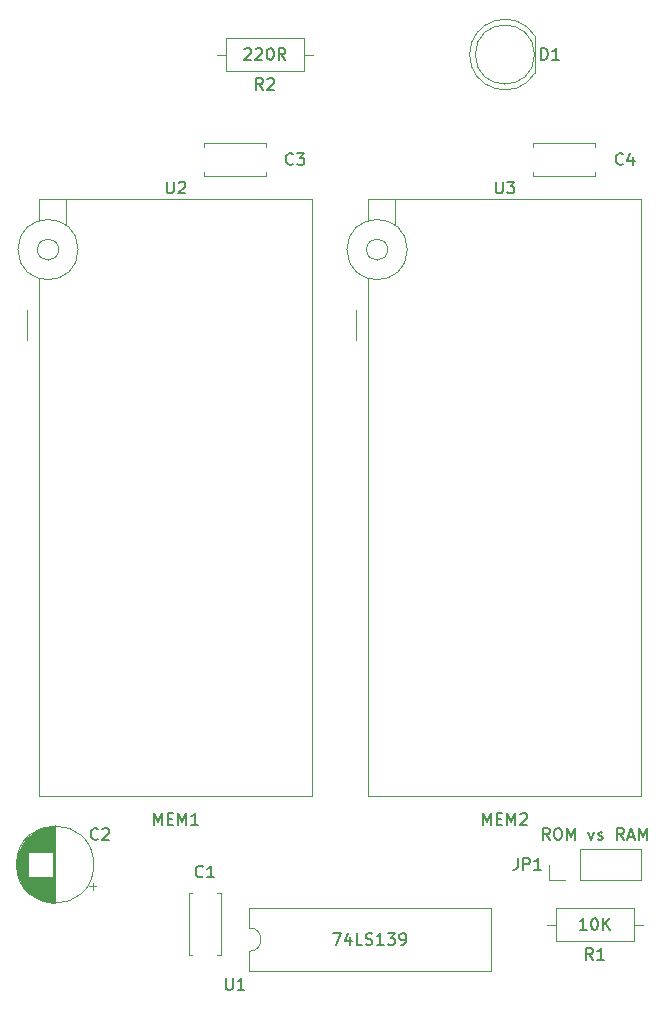
<source format=gto>
G04 #@! TF.GenerationSoftware,KiCad,Pcbnew,8.0.9-8.0.9-0~ubuntu22.04.1*
G04 #@! TF.CreationDate,2025-06-29T10:23:46+10:00*
G04 #@! TF.ProjectId,Memory_Expansion_Cartridge,4d656d6f-7279-45f4-9578-70616e73696f,rev?*
G04 #@! TF.SameCoordinates,Original*
G04 #@! TF.FileFunction,Legend,Top*
G04 #@! TF.FilePolarity,Positive*
%FSLAX46Y46*%
G04 Gerber Fmt 4.6, Leading zero omitted, Abs format (unit mm)*
G04 Created by KiCad (PCBNEW 8.0.9-8.0.9-0~ubuntu22.04.1) date 2025-06-29 10:23:46*
%MOMM*%
%LPD*%
G01*
G04 APERTURE LIST*
%ADD10C,0.150000*%
%ADD11C,0.120000*%
G04 APERTURE END LIST*
D10*
X155471905Y-47444819D02*
X155471905Y-46444819D01*
X155471905Y-46444819D02*
X155710000Y-46444819D01*
X155710000Y-46444819D02*
X155852857Y-46492438D01*
X155852857Y-46492438D02*
X155948095Y-46587676D01*
X155948095Y-46587676D02*
X155995714Y-46682914D01*
X155995714Y-46682914D02*
X156043333Y-46873390D01*
X156043333Y-46873390D02*
X156043333Y-47016247D01*
X156043333Y-47016247D02*
X155995714Y-47206723D01*
X155995714Y-47206723D02*
X155948095Y-47301961D01*
X155948095Y-47301961D02*
X155852857Y-47397200D01*
X155852857Y-47397200D02*
X155710000Y-47444819D01*
X155710000Y-47444819D02*
X155471905Y-47444819D01*
X156995714Y-47444819D02*
X156424286Y-47444819D01*
X156710000Y-47444819D02*
X156710000Y-46444819D01*
X156710000Y-46444819D02*
X156614762Y-46587676D01*
X156614762Y-46587676D02*
X156519524Y-46682914D01*
X156519524Y-46682914D02*
X156424286Y-46730533D01*
X126833333Y-116564580D02*
X126785714Y-116612200D01*
X126785714Y-116612200D02*
X126642857Y-116659819D01*
X126642857Y-116659819D02*
X126547619Y-116659819D01*
X126547619Y-116659819D02*
X126404762Y-116612200D01*
X126404762Y-116612200D02*
X126309524Y-116516961D01*
X126309524Y-116516961D02*
X126261905Y-116421723D01*
X126261905Y-116421723D02*
X126214286Y-116231247D01*
X126214286Y-116231247D02*
X126214286Y-116088390D01*
X126214286Y-116088390D02*
X126261905Y-115897914D01*
X126261905Y-115897914D02*
X126309524Y-115802676D01*
X126309524Y-115802676D02*
X126404762Y-115707438D01*
X126404762Y-115707438D02*
X126547619Y-115659819D01*
X126547619Y-115659819D02*
X126642857Y-115659819D01*
X126642857Y-115659819D02*
X126785714Y-115707438D01*
X126785714Y-115707438D02*
X126833333Y-115755057D01*
X127785714Y-116659819D02*
X127214286Y-116659819D01*
X127500000Y-116659819D02*
X127500000Y-115659819D01*
X127500000Y-115659819D02*
X127404762Y-115802676D01*
X127404762Y-115802676D02*
X127309524Y-115897914D01*
X127309524Y-115897914D02*
X127214286Y-115945533D01*
X151638095Y-57744819D02*
X151638095Y-58554342D01*
X151638095Y-58554342D02*
X151685714Y-58649580D01*
X151685714Y-58649580D02*
X151733333Y-58697200D01*
X151733333Y-58697200D02*
X151828571Y-58744819D01*
X151828571Y-58744819D02*
X152019047Y-58744819D01*
X152019047Y-58744819D02*
X152114285Y-58697200D01*
X152114285Y-58697200D02*
X152161904Y-58649580D01*
X152161904Y-58649580D02*
X152209523Y-58554342D01*
X152209523Y-58554342D02*
X152209523Y-57744819D01*
X152590476Y-57744819D02*
X153209523Y-57744819D01*
X153209523Y-57744819D02*
X152876190Y-58125771D01*
X152876190Y-58125771D02*
X153019047Y-58125771D01*
X153019047Y-58125771D02*
X153114285Y-58173390D01*
X153114285Y-58173390D02*
X153161904Y-58221009D01*
X153161904Y-58221009D02*
X153209523Y-58316247D01*
X153209523Y-58316247D02*
X153209523Y-58554342D01*
X153209523Y-58554342D02*
X153161904Y-58649580D01*
X153161904Y-58649580D02*
X153114285Y-58697200D01*
X153114285Y-58697200D02*
X153019047Y-58744819D01*
X153019047Y-58744819D02*
X152733333Y-58744819D01*
X152733333Y-58744819D02*
X152638095Y-58697200D01*
X152638095Y-58697200D02*
X152590476Y-58649580D01*
X150566667Y-112214819D02*
X150566667Y-111214819D01*
X150566667Y-111214819D02*
X150900000Y-111929104D01*
X150900000Y-111929104D02*
X151233333Y-111214819D01*
X151233333Y-111214819D02*
X151233333Y-112214819D01*
X151709524Y-111691009D02*
X152042857Y-111691009D01*
X152185714Y-112214819D02*
X151709524Y-112214819D01*
X151709524Y-112214819D02*
X151709524Y-111214819D01*
X151709524Y-111214819D02*
X152185714Y-111214819D01*
X152614286Y-112214819D02*
X152614286Y-111214819D01*
X152614286Y-111214819D02*
X152947619Y-111929104D01*
X152947619Y-111929104D02*
X153280952Y-111214819D01*
X153280952Y-111214819D02*
X153280952Y-112214819D01*
X153709524Y-111310057D02*
X153757143Y-111262438D01*
X153757143Y-111262438D02*
X153852381Y-111214819D01*
X153852381Y-111214819D02*
X154090476Y-111214819D01*
X154090476Y-111214819D02*
X154185714Y-111262438D01*
X154185714Y-111262438D02*
X154233333Y-111310057D01*
X154233333Y-111310057D02*
X154280952Y-111405295D01*
X154280952Y-111405295D02*
X154280952Y-111500533D01*
X154280952Y-111500533D02*
X154233333Y-111643390D01*
X154233333Y-111643390D02*
X153661905Y-112214819D01*
X153661905Y-112214819D02*
X154280952Y-112214819D01*
X128778095Y-125184819D02*
X128778095Y-125994342D01*
X128778095Y-125994342D02*
X128825714Y-126089580D01*
X128825714Y-126089580D02*
X128873333Y-126137200D01*
X128873333Y-126137200D02*
X128968571Y-126184819D01*
X128968571Y-126184819D02*
X129159047Y-126184819D01*
X129159047Y-126184819D02*
X129254285Y-126137200D01*
X129254285Y-126137200D02*
X129301904Y-126089580D01*
X129301904Y-126089580D02*
X129349523Y-125994342D01*
X129349523Y-125994342D02*
X129349523Y-125184819D01*
X130349523Y-126184819D02*
X129778095Y-126184819D01*
X130063809Y-126184819D02*
X130063809Y-125184819D01*
X130063809Y-125184819D02*
X129968571Y-125327676D01*
X129968571Y-125327676D02*
X129873333Y-125422914D01*
X129873333Y-125422914D02*
X129778095Y-125470533D01*
X137850952Y-121374819D02*
X138517618Y-121374819D01*
X138517618Y-121374819D02*
X138089047Y-122374819D01*
X139327142Y-121708152D02*
X139327142Y-122374819D01*
X139089047Y-121327200D02*
X138850952Y-122041485D01*
X138850952Y-122041485D02*
X139469999Y-122041485D01*
X140327142Y-122374819D02*
X139850952Y-122374819D01*
X139850952Y-122374819D02*
X139850952Y-121374819D01*
X140612857Y-122327200D02*
X140755714Y-122374819D01*
X140755714Y-122374819D02*
X140993809Y-122374819D01*
X140993809Y-122374819D02*
X141089047Y-122327200D01*
X141089047Y-122327200D02*
X141136666Y-122279580D01*
X141136666Y-122279580D02*
X141184285Y-122184342D01*
X141184285Y-122184342D02*
X141184285Y-122089104D01*
X141184285Y-122089104D02*
X141136666Y-121993866D01*
X141136666Y-121993866D02*
X141089047Y-121946247D01*
X141089047Y-121946247D02*
X140993809Y-121898628D01*
X140993809Y-121898628D02*
X140803333Y-121851009D01*
X140803333Y-121851009D02*
X140708095Y-121803390D01*
X140708095Y-121803390D02*
X140660476Y-121755771D01*
X140660476Y-121755771D02*
X140612857Y-121660533D01*
X140612857Y-121660533D02*
X140612857Y-121565295D01*
X140612857Y-121565295D02*
X140660476Y-121470057D01*
X140660476Y-121470057D02*
X140708095Y-121422438D01*
X140708095Y-121422438D02*
X140803333Y-121374819D01*
X140803333Y-121374819D02*
X141041428Y-121374819D01*
X141041428Y-121374819D02*
X141184285Y-121422438D01*
X142136666Y-122374819D02*
X141565238Y-122374819D01*
X141850952Y-122374819D02*
X141850952Y-121374819D01*
X141850952Y-121374819D02*
X141755714Y-121517676D01*
X141755714Y-121517676D02*
X141660476Y-121612914D01*
X141660476Y-121612914D02*
X141565238Y-121660533D01*
X142470000Y-121374819D02*
X143089047Y-121374819D01*
X143089047Y-121374819D02*
X142755714Y-121755771D01*
X142755714Y-121755771D02*
X142898571Y-121755771D01*
X142898571Y-121755771D02*
X142993809Y-121803390D01*
X142993809Y-121803390D02*
X143041428Y-121851009D01*
X143041428Y-121851009D02*
X143089047Y-121946247D01*
X143089047Y-121946247D02*
X143089047Y-122184342D01*
X143089047Y-122184342D02*
X143041428Y-122279580D01*
X143041428Y-122279580D02*
X142993809Y-122327200D01*
X142993809Y-122327200D02*
X142898571Y-122374819D01*
X142898571Y-122374819D02*
X142612857Y-122374819D01*
X142612857Y-122374819D02*
X142517619Y-122327200D01*
X142517619Y-122327200D02*
X142470000Y-122279580D01*
X143565238Y-122374819D02*
X143755714Y-122374819D01*
X143755714Y-122374819D02*
X143850952Y-122327200D01*
X143850952Y-122327200D02*
X143898571Y-122279580D01*
X143898571Y-122279580D02*
X143993809Y-122136723D01*
X143993809Y-122136723D02*
X144041428Y-121946247D01*
X144041428Y-121946247D02*
X144041428Y-121565295D01*
X144041428Y-121565295D02*
X143993809Y-121470057D01*
X143993809Y-121470057D02*
X143946190Y-121422438D01*
X143946190Y-121422438D02*
X143850952Y-121374819D01*
X143850952Y-121374819D02*
X143660476Y-121374819D01*
X143660476Y-121374819D02*
X143565238Y-121422438D01*
X143565238Y-121422438D02*
X143517619Y-121470057D01*
X143517619Y-121470057D02*
X143470000Y-121565295D01*
X143470000Y-121565295D02*
X143470000Y-121803390D01*
X143470000Y-121803390D02*
X143517619Y-121898628D01*
X143517619Y-121898628D02*
X143565238Y-121946247D01*
X143565238Y-121946247D02*
X143660476Y-121993866D01*
X143660476Y-121993866D02*
X143850952Y-121993866D01*
X143850952Y-121993866D02*
X143946190Y-121946247D01*
X143946190Y-121946247D02*
X143993809Y-121898628D01*
X143993809Y-121898628D02*
X144041428Y-121803390D01*
X131913333Y-49984819D02*
X131580000Y-49508628D01*
X131341905Y-49984819D02*
X131341905Y-48984819D01*
X131341905Y-48984819D02*
X131722857Y-48984819D01*
X131722857Y-48984819D02*
X131818095Y-49032438D01*
X131818095Y-49032438D02*
X131865714Y-49080057D01*
X131865714Y-49080057D02*
X131913333Y-49175295D01*
X131913333Y-49175295D02*
X131913333Y-49318152D01*
X131913333Y-49318152D02*
X131865714Y-49413390D01*
X131865714Y-49413390D02*
X131818095Y-49461009D01*
X131818095Y-49461009D02*
X131722857Y-49508628D01*
X131722857Y-49508628D02*
X131341905Y-49508628D01*
X132294286Y-49080057D02*
X132341905Y-49032438D01*
X132341905Y-49032438D02*
X132437143Y-48984819D01*
X132437143Y-48984819D02*
X132675238Y-48984819D01*
X132675238Y-48984819D02*
X132770476Y-49032438D01*
X132770476Y-49032438D02*
X132818095Y-49080057D01*
X132818095Y-49080057D02*
X132865714Y-49175295D01*
X132865714Y-49175295D02*
X132865714Y-49270533D01*
X132865714Y-49270533D02*
X132818095Y-49413390D01*
X132818095Y-49413390D02*
X132246667Y-49984819D01*
X132246667Y-49984819D02*
X132865714Y-49984819D01*
X130341905Y-46540057D02*
X130389524Y-46492438D01*
X130389524Y-46492438D02*
X130484762Y-46444819D01*
X130484762Y-46444819D02*
X130722857Y-46444819D01*
X130722857Y-46444819D02*
X130818095Y-46492438D01*
X130818095Y-46492438D02*
X130865714Y-46540057D01*
X130865714Y-46540057D02*
X130913333Y-46635295D01*
X130913333Y-46635295D02*
X130913333Y-46730533D01*
X130913333Y-46730533D02*
X130865714Y-46873390D01*
X130865714Y-46873390D02*
X130294286Y-47444819D01*
X130294286Y-47444819D02*
X130913333Y-47444819D01*
X131294286Y-46540057D02*
X131341905Y-46492438D01*
X131341905Y-46492438D02*
X131437143Y-46444819D01*
X131437143Y-46444819D02*
X131675238Y-46444819D01*
X131675238Y-46444819D02*
X131770476Y-46492438D01*
X131770476Y-46492438D02*
X131818095Y-46540057D01*
X131818095Y-46540057D02*
X131865714Y-46635295D01*
X131865714Y-46635295D02*
X131865714Y-46730533D01*
X131865714Y-46730533D02*
X131818095Y-46873390D01*
X131818095Y-46873390D02*
X131246667Y-47444819D01*
X131246667Y-47444819D02*
X131865714Y-47444819D01*
X132484762Y-46444819D02*
X132580000Y-46444819D01*
X132580000Y-46444819D02*
X132675238Y-46492438D01*
X132675238Y-46492438D02*
X132722857Y-46540057D01*
X132722857Y-46540057D02*
X132770476Y-46635295D01*
X132770476Y-46635295D02*
X132818095Y-46825771D01*
X132818095Y-46825771D02*
X132818095Y-47063866D01*
X132818095Y-47063866D02*
X132770476Y-47254342D01*
X132770476Y-47254342D02*
X132722857Y-47349580D01*
X132722857Y-47349580D02*
X132675238Y-47397200D01*
X132675238Y-47397200D02*
X132580000Y-47444819D01*
X132580000Y-47444819D02*
X132484762Y-47444819D01*
X132484762Y-47444819D02*
X132389524Y-47397200D01*
X132389524Y-47397200D02*
X132341905Y-47349580D01*
X132341905Y-47349580D02*
X132294286Y-47254342D01*
X132294286Y-47254342D02*
X132246667Y-47063866D01*
X132246667Y-47063866D02*
X132246667Y-46825771D01*
X132246667Y-46825771D02*
X132294286Y-46635295D01*
X132294286Y-46635295D02*
X132341905Y-46540057D01*
X132341905Y-46540057D02*
X132389524Y-46492438D01*
X132389524Y-46492438D02*
X132484762Y-46444819D01*
X133818095Y-47444819D02*
X133484762Y-46968628D01*
X133246667Y-47444819D02*
X133246667Y-46444819D01*
X133246667Y-46444819D02*
X133627619Y-46444819D01*
X133627619Y-46444819D02*
X133722857Y-46492438D01*
X133722857Y-46492438D02*
X133770476Y-46540057D01*
X133770476Y-46540057D02*
X133818095Y-46635295D01*
X133818095Y-46635295D02*
X133818095Y-46778152D01*
X133818095Y-46778152D02*
X133770476Y-46873390D01*
X133770476Y-46873390D02*
X133722857Y-46921009D01*
X133722857Y-46921009D02*
X133627619Y-46968628D01*
X133627619Y-46968628D02*
X133246667Y-46968628D01*
X123778095Y-57744819D02*
X123778095Y-58554342D01*
X123778095Y-58554342D02*
X123825714Y-58649580D01*
X123825714Y-58649580D02*
X123873333Y-58697200D01*
X123873333Y-58697200D02*
X123968571Y-58744819D01*
X123968571Y-58744819D02*
X124159047Y-58744819D01*
X124159047Y-58744819D02*
X124254285Y-58697200D01*
X124254285Y-58697200D02*
X124301904Y-58649580D01*
X124301904Y-58649580D02*
X124349523Y-58554342D01*
X124349523Y-58554342D02*
X124349523Y-57744819D01*
X124778095Y-57840057D02*
X124825714Y-57792438D01*
X124825714Y-57792438D02*
X124920952Y-57744819D01*
X124920952Y-57744819D02*
X125159047Y-57744819D01*
X125159047Y-57744819D02*
X125254285Y-57792438D01*
X125254285Y-57792438D02*
X125301904Y-57840057D01*
X125301904Y-57840057D02*
X125349523Y-57935295D01*
X125349523Y-57935295D02*
X125349523Y-58030533D01*
X125349523Y-58030533D02*
X125301904Y-58173390D01*
X125301904Y-58173390D02*
X124730476Y-58744819D01*
X124730476Y-58744819D02*
X125349523Y-58744819D01*
X122706667Y-112214819D02*
X122706667Y-111214819D01*
X122706667Y-111214819D02*
X123040000Y-111929104D01*
X123040000Y-111929104D02*
X123373333Y-111214819D01*
X123373333Y-111214819D02*
X123373333Y-112214819D01*
X123849524Y-111691009D02*
X124182857Y-111691009D01*
X124325714Y-112214819D02*
X123849524Y-112214819D01*
X123849524Y-112214819D02*
X123849524Y-111214819D01*
X123849524Y-111214819D02*
X124325714Y-111214819D01*
X124754286Y-112214819D02*
X124754286Y-111214819D01*
X124754286Y-111214819D02*
X125087619Y-111929104D01*
X125087619Y-111929104D02*
X125420952Y-111214819D01*
X125420952Y-111214819D02*
X125420952Y-112214819D01*
X126420952Y-112214819D02*
X125849524Y-112214819D01*
X126135238Y-112214819D02*
X126135238Y-111214819D01*
X126135238Y-111214819D02*
X126040000Y-111357676D01*
X126040000Y-111357676D02*
X125944762Y-111452914D01*
X125944762Y-111452914D02*
X125849524Y-111500533D01*
X153471666Y-115024819D02*
X153471666Y-115739104D01*
X153471666Y-115739104D02*
X153424047Y-115881961D01*
X153424047Y-115881961D02*
X153328809Y-115977200D01*
X153328809Y-115977200D02*
X153185952Y-116024819D01*
X153185952Y-116024819D02*
X153090714Y-116024819D01*
X153947857Y-116024819D02*
X153947857Y-115024819D01*
X153947857Y-115024819D02*
X154328809Y-115024819D01*
X154328809Y-115024819D02*
X154424047Y-115072438D01*
X154424047Y-115072438D02*
X154471666Y-115120057D01*
X154471666Y-115120057D02*
X154519285Y-115215295D01*
X154519285Y-115215295D02*
X154519285Y-115358152D01*
X154519285Y-115358152D02*
X154471666Y-115453390D01*
X154471666Y-115453390D02*
X154424047Y-115501009D01*
X154424047Y-115501009D02*
X154328809Y-115548628D01*
X154328809Y-115548628D02*
X153947857Y-115548628D01*
X155471666Y-116024819D02*
X154900238Y-116024819D01*
X155185952Y-116024819D02*
X155185952Y-115024819D01*
X155185952Y-115024819D02*
X155090714Y-115167676D01*
X155090714Y-115167676D02*
X154995476Y-115262914D01*
X154995476Y-115262914D02*
X154900238Y-115310533D01*
X156186666Y-113484819D02*
X155853333Y-113008628D01*
X155615238Y-113484819D02*
X155615238Y-112484819D01*
X155615238Y-112484819D02*
X155996190Y-112484819D01*
X155996190Y-112484819D02*
X156091428Y-112532438D01*
X156091428Y-112532438D02*
X156139047Y-112580057D01*
X156139047Y-112580057D02*
X156186666Y-112675295D01*
X156186666Y-112675295D02*
X156186666Y-112818152D01*
X156186666Y-112818152D02*
X156139047Y-112913390D01*
X156139047Y-112913390D02*
X156091428Y-112961009D01*
X156091428Y-112961009D02*
X155996190Y-113008628D01*
X155996190Y-113008628D02*
X155615238Y-113008628D01*
X156805714Y-112484819D02*
X156996190Y-112484819D01*
X156996190Y-112484819D02*
X157091428Y-112532438D01*
X157091428Y-112532438D02*
X157186666Y-112627676D01*
X157186666Y-112627676D02*
X157234285Y-112818152D01*
X157234285Y-112818152D02*
X157234285Y-113151485D01*
X157234285Y-113151485D02*
X157186666Y-113341961D01*
X157186666Y-113341961D02*
X157091428Y-113437200D01*
X157091428Y-113437200D02*
X156996190Y-113484819D01*
X156996190Y-113484819D02*
X156805714Y-113484819D01*
X156805714Y-113484819D02*
X156710476Y-113437200D01*
X156710476Y-113437200D02*
X156615238Y-113341961D01*
X156615238Y-113341961D02*
X156567619Y-113151485D01*
X156567619Y-113151485D02*
X156567619Y-112818152D01*
X156567619Y-112818152D02*
X156615238Y-112627676D01*
X156615238Y-112627676D02*
X156710476Y-112532438D01*
X156710476Y-112532438D02*
X156805714Y-112484819D01*
X157662857Y-113484819D02*
X157662857Y-112484819D01*
X157662857Y-112484819D02*
X157996190Y-113199104D01*
X157996190Y-113199104D02*
X158329523Y-112484819D01*
X158329523Y-112484819D02*
X158329523Y-113484819D01*
X159472381Y-112818152D02*
X159710476Y-113484819D01*
X159710476Y-113484819D02*
X159948571Y-112818152D01*
X160281905Y-113437200D02*
X160377143Y-113484819D01*
X160377143Y-113484819D02*
X160567619Y-113484819D01*
X160567619Y-113484819D02*
X160662857Y-113437200D01*
X160662857Y-113437200D02*
X160710476Y-113341961D01*
X160710476Y-113341961D02*
X160710476Y-113294342D01*
X160710476Y-113294342D02*
X160662857Y-113199104D01*
X160662857Y-113199104D02*
X160567619Y-113151485D01*
X160567619Y-113151485D02*
X160424762Y-113151485D01*
X160424762Y-113151485D02*
X160329524Y-113103866D01*
X160329524Y-113103866D02*
X160281905Y-113008628D01*
X160281905Y-113008628D02*
X160281905Y-112961009D01*
X160281905Y-112961009D02*
X160329524Y-112865771D01*
X160329524Y-112865771D02*
X160424762Y-112818152D01*
X160424762Y-112818152D02*
X160567619Y-112818152D01*
X160567619Y-112818152D02*
X160662857Y-112865771D01*
X162472381Y-113484819D02*
X162139048Y-113008628D01*
X161900953Y-113484819D02*
X161900953Y-112484819D01*
X161900953Y-112484819D02*
X162281905Y-112484819D01*
X162281905Y-112484819D02*
X162377143Y-112532438D01*
X162377143Y-112532438D02*
X162424762Y-112580057D01*
X162424762Y-112580057D02*
X162472381Y-112675295D01*
X162472381Y-112675295D02*
X162472381Y-112818152D01*
X162472381Y-112818152D02*
X162424762Y-112913390D01*
X162424762Y-112913390D02*
X162377143Y-112961009D01*
X162377143Y-112961009D02*
X162281905Y-113008628D01*
X162281905Y-113008628D02*
X161900953Y-113008628D01*
X162853334Y-113199104D02*
X163329524Y-113199104D01*
X162758096Y-113484819D02*
X163091429Y-112484819D01*
X163091429Y-112484819D02*
X163424762Y-113484819D01*
X163758096Y-113484819D02*
X163758096Y-112484819D01*
X163758096Y-112484819D02*
X164091429Y-113199104D01*
X164091429Y-113199104D02*
X164424762Y-112484819D01*
X164424762Y-112484819D02*
X164424762Y-113484819D01*
X117943333Y-113389580D02*
X117895714Y-113437200D01*
X117895714Y-113437200D02*
X117752857Y-113484819D01*
X117752857Y-113484819D02*
X117657619Y-113484819D01*
X117657619Y-113484819D02*
X117514762Y-113437200D01*
X117514762Y-113437200D02*
X117419524Y-113341961D01*
X117419524Y-113341961D02*
X117371905Y-113246723D01*
X117371905Y-113246723D02*
X117324286Y-113056247D01*
X117324286Y-113056247D02*
X117324286Y-112913390D01*
X117324286Y-112913390D02*
X117371905Y-112722914D01*
X117371905Y-112722914D02*
X117419524Y-112627676D01*
X117419524Y-112627676D02*
X117514762Y-112532438D01*
X117514762Y-112532438D02*
X117657619Y-112484819D01*
X117657619Y-112484819D02*
X117752857Y-112484819D01*
X117752857Y-112484819D02*
X117895714Y-112532438D01*
X117895714Y-112532438D02*
X117943333Y-112580057D01*
X118324286Y-112580057D02*
X118371905Y-112532438D01*
X118371905Y-112532438D02*
X118467143Y-112484819D01*
X118467143Y-112484819D02*
X118705238Y-112484819D01*
X118705238Y-112484819D02*
X118800476Y-112532438D01*
X118800476Y-112532438D02*
X118848095Y-112580057D01*
X118848095Y-112580057D02*
X118895714Y-112675295D01*
X118895714Y-112675295D02*
X118895714Y-112770533D01*
X118895714Y-112770533D02*
X118848095Y-112913390D01*
X118848095Y-112913390D02*
X118276667Y-113484819D01*
X118276667Y-113484819D02*
X118895714Y-113484819D01*
X162393333Y-56239580D02*
X162345714Y-56287200D01*
X162345714Y-56287200D02*
X162202857Y-56334819D01*
X162202857Y-56334819D02*
X162107619Y-56334819D01*
X162107619Y-56334819D02*
X161964762Y-56287200D01*
X161964762Y-56287200D02*
X161869524Y-56191961D01*
X161869524Y-56191961D02*
X161821905Y-56096723D01*
X161821905Y-56096723D02*
X161774286Y-55906247D01*
X161774286Y-55906247D02*
X161774286Y-55763390D01*
X161774286Y-55763390D02*
X161821905Y-55572914D01*
X161821905Y-55572914D02*
X161869524Y-55477676D01*
X161869524Y-55477676D02*
X161964762Y-55382438D01*
X161964762Y-55382438D02*
X162107619Y-55334819D01*
X162107619Y-55334819D02*
X162202857Y-55334819D01*
X162202857Y-55334819D02*
X162345714Y-55382438D01*
X162345714Y-55382438D02*
X162393333Y-55430057D01*
X163250476Y-55668152D02*
X163250476Y-56334819D01*
X163012381Y-55287200D02*
X162774286Y-56001485D01*
X162774286Y-56001485D02*
X163393333Y-56001485D01*
X134453333Y-56239580D02*
X134405714Y-56287200D01*
X134405714Y-56287200D02*
X134262857Y-56334819D01*
X134262857Y-56334819D02*
X134167619Y-56334819D01*
X134167619Y-56334819D02*
X134024762Y-56287200D01*
X134024762Y-56287200D02*
X133929524Y-56191961D01*
X133929524Y-56191961D02*
X133881905Y-56096723D01*
X133881905Y-56096723D02*
X133834286Y-55906247D01*
X133834286Y-55906247D02*
X133834286Y-55763390D01*
X133834286Y-55763390D02*
X133881905Y-55572914D01*
X133881905Y-55572914D02*
X133929524Y-55477676D01*
X133929524Y-55477676D02*
X134024762Y-55382438D01*
X134024762Y-55382438D02*
X134167619Y-55334819D01*
X134167619Y-55334819D02*
X134262857Y-55334819D01*
X134262857Y-55334819D02*
X134405714Y-55382438D01*
X134405714Y-55382438D02*
X134453333Y-55430057D01*
X134786667Y-55334819D02*
X135405714Y-55334819D01*
X135405714Y-55334819D02*
X135072381Y-55715771D01*
X135072381Y-55715771D02*
X135215238Y-55715771D01*
X135215238Y-55715771D02*
X135310476Y-55763390D01*
X135310476Y-55763390D02*
X135358095Y-55811009D01*
X135358095Y-55811009D02*
X135405714Y-55906247D01*
X135405714Y-55906247D02*
X135405714Y-56144342D01*
X135405714Y-56144342D02*
X135358095Y-56239580D01*
X135358095Y-56239580D02*
X135310476Y-56287200D01*
X135310476Y-56287200D02*
X135215238Y-56334819D01*
X135215238Y-56334819D02*
X134929524Y-56334819D01*
X134929524Y-56334819D02*
X134834286Y-56287200D01*
X134834286Y-56287200D02*
X134786667Y-56239580D01*
X159853333Y-123644819D02*
X159520000Y-123168628D01*
X159281905Y-123644819D02*
X159281905Y-122644819D01*
X159281905Y-122644819D02*
X159662857Y-122644819D01*
X159662857Y-122644819D02*
X159758095Y-122692438D01*
X159758095Y-122692438D02*
X159805714Y-122740057D01*
X159805714Y-122740057D02*
X159853333Y-122835295D01*
X159853333Y-122835295D02*
X159853333Y-122978152D01*
X159853333Y-122978152D02*
X159805714Y-123073390D01*
X159805714Y-123073390D02*
X159758095Y-123121009D01*
X159758095Y-123121009D02*
X159662857Y-123168628D01*
X159662857Y-123168628D02*
X159281905Y-123168628D01*
X160805714Y-123644819D02*
X160234286Y-123644819D01*
X160520000Y-123644819D02*
X160520000Y-122644819D01*
X160520000Y-122644819D02*
X160424762Y-122787676D01*
X160424762Y-122787676D02*
X160329524Y-122882914D01*
X160329524Y-122882914D02*
X160234286Y-122930533D01*
X159329523Y-121104819D02*
X158758095Y-121104819D01*
X159043809Y-121104819D02*
X159043809Y-120104819D01*
X159043809Y-120104819D02*
X158948571Y-120247676D01*
X158948571Y-120247676D02*
X158853333Y-120342914D01*
X158853333Y-120342914D02*
X158758095Y-120390533D01*
X159948571Y-120104819D02*
X160043809Y-120104819D01*
X160043809Y-120104819D02*
X160139047Y-120152438D01*
X160139047Y-120152438D02*
X160186666Y-120200057D01*
X160186666Y-120200057D02*
X160234285Y-120295295D01*
X160234285Y-120295295D02*
X160281904Y-120485771D01*
X160281904Y-120485771D02*
X160281904Y-120723866D01*
X160281904Y-120723866D02*
X160234285Y-120914342D01*
X160234285Y-120914342D02*
X160186666Y-121009580D01*
X160186666Y-121009580D02*
X160139047Y-121057200D01*
X160139047Y-121057200D02*
X160043809Y-121104819D01*
X160043809Y-121104819D02*
X159948571Y-121104819D01*
X159948571Y-121104819D02*
X159853333Y-121057200D01*
X159853333Y-121057200D02*
X159805714Y-121009580D01*
X159805714Y-121009580D02*
X159758095Y-120914342D01*
X159758095Y-120914342D02*
X159710476Y-120723866D01*
X159710476Y-120723866D02*
X159710476Y-120485771D01*
X159710476Y-120485771D02*
X159758095Y-120295295D01*
X159758095Y-120295295D02*
X159805714Y-120200057D01*
X159805714Y-120200057D02*
X159853333Y-120152438D01*
X159853333Y-120152438D02*
X159948571Y-120104819D01*
X160710476Y-121104819D02*
X160710476Y-120104819D01*
X161281904Y-121104819D02*
X160853333Y-120533390D01*
X161281904Y-120104819D02*
X160710476Y-120676247D01*
D11*
X154960000Y-48535000D02*
X154960000Y-45445000D01*
X149410000Y-46989952D02*
G75*
G02*
X154960000Y-45445170I2990000J-48D01*
G01*
X154960000Y-48534830D02*
G75*
G02*
X149410000Y-46990048I-2560000J1544830D01*
G01*
X154900000Y-46990000D02*
G75*
G02*
X149900000Y-46990000I-2500000J0D01*
G01*
X149900000Y-46990000D02*
G75*
G02*
X154900000Y-46990000I2500000J0D01*
G01*
X125630000Y-117990000D02*
X125630000Y-123230000D01*
X125945000Y-117990000D02*
X125630000Y-117990000D01*
X125945000Y-123230000D02*
X125630000Y-123230000D01*
X128370000Y-117990000D02*
X128055000Y-117990000D01*
X128370000Y-117990000D02*
X128370000Y-123230000D01*
X128370000Y-123230000D02*
X128055000Y-123230000D01*
X139830000Y-71120000D02*
X139830000Y-68580000D01*
X140850000Y-59190000D02*
X140850000Y-61050000D01*
X140850000Y-65950000D02*
X140850000Y-109790000D01*
X140850000Y-109790000D02*
X163950000Y-109790000D01*
X143130000Y-59190000D02*
X143130000Y-61450000D01*
X163950000Y-59190000D02*
X140850000Y-59190000D01*
X163950000Y-109790000D02*
X163950000Y-59190000D01*
X142480000Y-63500000D02*
G75*
G02*
X140680000Y-63500000I-900000J0D01*
G01*
X140680000Y-63500000D02*
G75*
G02*
X142480000Y-63500000I900000J0D01*
G01*
X144130000Y-63500000D02*
G75*
G02*
X139030000Y-63500000I-2550000J0D01*
G01*
X139030000Y-63500000D02*
G75*
G02*
X144130000Y-63500000I2550000J0D01*
G01*
X130750000Y-119270000D02*
X130750000Y-120920000D01*
X130750000Y-122920000D02*
X130750000Y-124570000D01*
X130750000Y-124570000D02*
X151190000Y-124570000D01*
X151190000Y-119270000D02*
X130750000Y-119270000D01*
X151190000Y-124570000D02*
X151190000Y-119270000D01*
X130750000Y-120920000D02*
G75*
G02*
X130750000Y-122920000I0J-1000000D01*
G01*
X128040000Y-46990000D02*
X128810000Y-46990000D01*
X128810000Y-45620000D02*
X128810000Y-48360000D01*
X128810000Y-48360000D02*
X135350000Y-48360000D01*
X135350000Y-45620000D02*
X128810000Y-45620000D01*
X135350000Y-48360000D02*
X135350000Y-45620000D01*
X136120000Y-46990000D02*
X135350000Y-46990000D01*
X111970000Y-71120000D02*
X111970000Y-68580000D01*
X112990000Y-59190000D02*
X112990000Y-61050000D01*
X112990000Y-65950000D02*
X112990000Y-109790000D01*
X112990000Y-109790000D02*
X136090000Y-109790000D01*
X115270000Y-59190000D02*
X115270000Y-61450000D01*
X136090000Y-59190000D02*
X112990000Y-59190000D01*
X136090000Y-109790000D02*
X136090000Y-59190000D01*
X114620000Y-63500000D02*
G75*
G02*
X112820000Y-63500000I-900000J0D01*
G01*
X112820000Y-63500000D02*
G75*
G02*
X114620000Y-63500000I900000J0D01*
G01*
X116270000Y-63500000D02*
G75*
G02*
X111170000Y-63500000I-2550000J0D01*
G01*
X111170000Y-63500000D02*
G75*
G02*
X116270000Y-63500000I2550000J0D01*
G01*
X156150000Y-116900000D02*
X156150000Y-115570000D01*
X157480000Y-116900000D02*
X156150000Y-116900000D01*
X158750000Y-114240000D02*
X163890000Y-114240000D01*
X158750000Y-116900000D02*
X158750000Y-114240000D01*
X158750000Y-116900000D02*
X163890000Y-116900000D01*
X163890000Y-116900000D02*
X163890000Y-114240000D01*
X111079000Y-115972000D02*
X111079000Y-115168000D01*
X111119000Y-116203000D02*
X111119000Y-114937000D01*
X111159000Y-116372000D02*
X111159000Y-114768000D01*
X111199000Y-116510000D02*
X111199000Y-114630000D01*
X111239000Y-116629000D02*
X111239000Y-114511000D01*
X111279000Y-116735000D02*
X111279000Y-114405000D01*
X111319000Y-116832000D02*
X111319000Y-114308000D01*
X111359000Y-116920000D02*
X111359000Y-114220000D01*
X111399000Y-117002000D02*
X111399000Y-114138000D01*
X111439000Y-117079000D02*
X111439000Y-114061000D01*
X111479000Y-117151000D02*
X111479000Y-113989000D01*
X111519000Y-117220000D02*
X111519000Y-113920000D01*
X111559000Y-117284000D02*
X111559000Y-113856000D01*
X111599000Y-117346000D02*
X111599000Y-113794000D01*
X111639000Y-117404000D02*
X111639000Y-113736000D01*
X111679000Y-117460000D02*
X111679000Y-113680000D01*
X111719000Y-117514000D02*
X111719000Y-113626000D01*
X111759000Y-117565000D02*
X111759000Y-113575000D01*
X111799000Y-117614000D02*
X111799000Y-113526000D01*
X111839000Y-117662000D02*
X111839000Y-113478000D01*
X111879000Y-117707000D02*
X111879000Y-113433000D01*
X111919000Y-117752000D02*
X111919000Y-113388000D01*
X111959000Y-117794000D02*
X111959000Y-113346000D01*
X111999000Y-117835000D02*
X111999000Y-113305000D01*
X112039000Y-114530000D02*
X112039000Y-113265000D01*
X112039000Y-117875000D02*
X112039000Y-116610000D01*
X112079000Y-114530000D02*
X112079000Y-113227000D01*
X112079000Y-117913000D02*
X112079000Y-116610000D01*
X112119000Y-114530000D02*
X112119000Y-113190000D01*
X112119000Y-117950000D02*
X112119000Y-116610000D01*
X112159000Y-114530000D02*
X112159000Y-113154000D01*
X112159000Y-117986000D02*
X112159000Y-116610000D01*
X112199000Y-114530000D02*
X112199000Y-113120000D01*
X112199000Y-118020000D02*
X112199000Y-116610000D01*
X112239000Y-114530000D02*
X112239000Y-113086000D01*
X112239000Y-118054000D02*
X112239000Y-116610000D01*
X112279000Y-114530000D02*
X112279000Y-113054000D01*
X112279000Y-118086000D02*
X112279000Y-116610000D01*
X112319000Y-114530000D02*
X112319000Y-113022000D01*
X112319000Y-118118000D02*
X112319000Y-116610000D01*
X112359000Y-114530000D02*
X112359000Y-112992000D01*
X112359000Y-118148000D02*
X112359000Y-116610000D01*
X112399000Y-114530000D02*
X112399000Y-112963000D01*
X112399000Y-118177000D02*
X112399000Y-116610000D01*
X112439000Y-114530000D02*
X112439000Y-112934000D01*
X112439000Y-118206000D02*
X112439000Y-116610000D01*
X112479000Y-114530000D02*
X112479000Y-112906000D01*
X112479000Y-118234000D02*
X112479000Y-116610000D01*
X112519000Y-114530000D02*
X112519000Y-112880000D01*
X112519000Y-118260000D02*
X112519000Y-116610000D01*
X112559000Y-114530000D02*
X112559000Y-112854000D01*
X112559000Y-118286000D02*
X112559000Y-116610000D01*
X112599000Y-114530000D02*
X112599000Y-112828000D01*
X112599000Y-118312000D02*
X112599000Y-116610000D01*
X112639000Y-114530000D02*
X112639000Y-112804000D01*
X112639000Y-118336000D02*
X112639000Y-116610000D01*
X112679000Y-114530000D02*
X112679000Y-112780000D01*
X112679000Y-118360000D02*
X112679000Y-116610000D01*
X112719000Y-114530000D02*
X112719000Y-112758000D01*
X112719000Y-118382000D02*
X112719000Y-116610000D01*
X112759000Y-114530000D02*
X112759000Y-112736000D01*
X112759000Y-118404000D02*
X112759000Y-116610000D01*
X112799000Y-114530000D02*
X112799000Y-112714000D01*
X112799000Y-118426000D02*
X112799000Y-116610000D01*
X112839000Y-114530000D02*
X112839000Y-112694000D01*
X112839000Y-118446000D02*
X112839000Y-116610000D01*
X112879000Y-114530000D02*
X112879000Y-112674000D01*
X112879000Y-118466000D02*
X112879000Y-116610000D01*
X112919000Y-114530000D02*
X112919000Y-112654000D01*
X112919000Y-118486000D02*
X112919000Y-116610000D01*
X112959000Y-114530000D02*
X112959000Y-112636000D01*
X112959000Y-118504000D02*
X112959000Y-116610000D01*
X112999000Y-114530000D02*
X112999000Y-112618000D01*
X112999000Y-118522000D02*
X112999000Y-116610000D01*
X113039000Y-114530000D02*
X113039000Y-112600000D01*
X113039000Y-118540000D02*
X113039000Y-116610000D01*
X113079000Y-114530000D02*
X113079000Y-112584000D01*
X113079000Y-118556000D02*
X113079000Y-116610000D01*
X113119000Y-114530000D02*
X113119000Y-112568000D01*
X113119000Y-118572000D02*
X113119000Y-116610000D01*
X113159000Y-114530000D02*
X113159000Y-112552000D01*
X113159000Y-118588000D02*
X113159000Y-116610000D01*
X113199000Y-114530000D02*
X113199000Y-112537000D01*
X113199000Y-118603000D02*
X113199000Y-116610000D01*
X113239000Y-114530000D02*
X113239000Y-112523000D01*
X113239000Y-118617000D02*
X113239000Y-116610000D01*
X113279000Y-114530000D02*
X113279000Y-112509000D01*
X113279000Y-118631000D02*
X113279000Y-116610000D01*
X113319000Y-114530000D02*
X113319000Y-112496000D01*
X113319000Y-118644000D02*
X113319000Y-116610000D01*
X113359000Y-114530000D02*
X113359000Y-112484000D01*
X113359000Y-118656000D02*
X113359000Y-116610000D01*
X113399000Y-114530000D02*
X113399000Y-112472000D01*
X113399000Y-118668000D02*
X113399000Y-116610000D01*
X113439000Y-114530000D02*
X113439000Y-112460000D01*
X113439000Y-118680000D02*
X113439000Y-116610000D01*
X113479000Y-114530000D02*
X113479000Y-112449000D01*
X113479000Y-118691000D02*
X113479000Y-116610000D01*
X113519000Y-114530000D02*
X113519000Y-112439000D01*
X113519000Y-118701000D02*
X113519000Y-116610000D01*
X113559000Y-114530000D02*
X113559000Y-112429000D01*
X113559000Y-118711000D02*
X113559000Y-116610000D01*
X113599000Y-114530000D02*
X113599000Y-112420000D01*
X113599000Y-118720000D02*
X113599000Y-116610000D01*
X113640000Y-114530000D02*
X113640000Y-112411000D01*
X113640000Y-118729000D02*
X113640000Y-116610000D01*
X113680000Y-114530000D02*
X113680000Y-112403000D01*
X113680000Y-118737000D02*
X113680000Y-116610000D01*
X113720000Y-114530000D02*
X113720000Y-112395000D01*
X113720000Y-118745000D02*
X113720000Y-116610000D01*
X113760000Y-114530000D02*
X113760000Y-112388000D01*
X113760000Y-118752000D02*
X113760000Y-116610000D01*
X113800000Y-114530000D02*
X113800000Y-112381000D01*
X113800000Y-118759000D02*
X113800000Y-116610000D01*
X113840000Y-114530000D02*
X113840000Y-112375000D01*
X113840000Y-118765000D02*
X113840000Y-116610000D01*
X113880000Y-114530000D02*
X113880000Y-112369000D01*
X113880000Y-118771000D02*
X113880000Y-116610000D01*
X113920000Y-114530000D02*
X113920000Y-112364000D01*
X113920000Y-118776000D02*
X113920000Y-116610000D01*
X113960000Y-114530000D02*
X113960000Y-112359000D01*
X113960000Y-118781000D02*
X113960000Y-116610000D01*
X114000000Y-114530000D02*
X114000000Y-112355000D01*
X114000000Y-118785000D02*
X114000000Y-116610000D01*
X114040000Y-114530000D02*
X114040000Y-112352000D01*
X114040000Y-118788000D02*
X114040000Y-116610000D01*
X114080000Y-114530000D02*
X114080000Y-112348000D01*
X114080000Y-118792000D02*
X114080000Y-116610000D01*
X114120000Y-118794000D02*
X114120000Y-112346000D01*
X114160000Y-118797000D02*
X114160000Y-112343000D01*
X114200000Y-118798000D02*
X114200000Y-112342000D01*
X114240000Y-118800000D02*
X114240000Y-112340000D01*
X114280000Y-118800000D02*
X114280000Y-112340000D01*
X114320000Y-118800000D02*
X114320000Y-112340000D01*
X117505241Y-117724000D02*
X117505241Y-117094000D01*
X117820241Y-117409000D02*
X117190241Y-117409000D01*
X117590000Y-115570000D02*
G75*
G02*
X111050000Y-115570000I-3270000J0D01*
G01*
X111050000Y-115570000D02*
G75*
G02*
X117590000Y-115570000I3270000J0D01*
G01*
X154820000Y-54825000D02*
X154820000Y-54510000D01*
X154820000Y-57250000D02*
X154820000Y-56935000D01*
X160060000Y-54510000D02*
X154820000Y-54510000D01*
X160060000Y-54825000D02*
X160060000Y-54510000D01*
X160060000Y-57250000D02*
X154820000Y-57250000D01*
X160060000Y-57250000D02*
X160060000Y-56935000D01*
X126960000Y-54825000D02*
X126960000Y-54510000D01*
X126960000Y-57250000D02*
X126960000Y-56935000D01*
X132200000Y-54510000D02*
X126960000Y-54510000D01*
X132200000Y-54825000D02*
X132200000Y-54510000D01*
X132200000Y-57250000D02*
X126960000Y-57250000D01*
X132200000Y-57250000D02*
X132200000Y-56935000D01*
X155980000Y-120650000D02*
X156750000Y-120650000D01*
X156750000Y-119280000D02*
X156750000Y-122020000D01*
X156750000Y-122020000D02*
X163290000Y-122020000D01*
X163290000Y-119280000D02*
X156750000Y-119280000D01*
X163290000Y-122020000D02*
X163290000Y-119280000D01*
X164060000Y-120650000D02*
X163290000Y-120650000D01*
M02*

</source>
